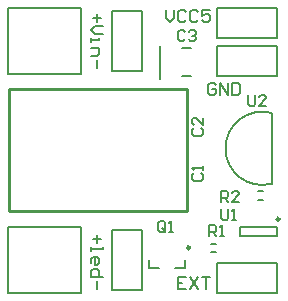
<source format=gto>
%FSLAX24Y24*%
%MOIN*%
G70*
G01*
G75*
G04 Layer_Color=65535*
%ADD10R,0.0236X0.0512*%
%ADD11R,0.0276X0.0354*%
%ADD12R,0.0217X0.0512*%
%ADD13R,0.0354X0.0315*%
%ADD14R,0.0433X0.1024*%
%ADD15C,0.0300*%
%ADD16C,0.0200*%
%ADD17R,0.0866X0.0866*%
%ADD18C,0.0630*%
%ADD19C,0.0709*%
%ADD20C,0.0492*%
%ADD21C,0.0098*%
%ADD22C,0.0050*%
%ADD23C,0.0100*%
%ADD24C,0.0079*%
%ADD25C,0.0080*%
%ADD26C,0.0060*%
D21*
X16608Y11763D02*
G03*
X16608Y11763I-49J0D01*
G01*
X19599Y12713D02*
G03*
X19599Y12713I-49J0D01*
G01*
D22*
X19329Y16256D02*
G03*
X19330Y13893I-314J-1181D01*
G01*
X15600Y17400D02*
Y18500D01*
X14000Y19650D02*
X15000D01*
X14000Y17650D02*
X15000D01*
Y19650D01*
X14000Y17650D02*
Y19650D01*
X19500Y18750D02*
Y19750D01*
X17500Y18750D02*
Y19750D01*
Y18750D02*
X19500D01*
X17500Y19750D02*
X19500D01*
X14000Y10350D02*
X15000D01*
X14000Y12350D02*
X15000D01*
X14000Y10350D02*
Y12350D01*
X15000Y10350D02*
Y12350D01*
X19500Y10250D02*
Y11250D01*
X17500Y10250D02*
Y11250D01*
Y10250D02*
X19500D01*
X17500Y11250D02*
X19500D01*
X10530Y10259D02*
Y12441D01*
X12970Y10259D02*
Y12441D01*
X10530Y10259D02*
X12970D01*
X10530Y12441D02*
X12970D01*
X10530Y17559D02*
Y19741D01*
X12970Y17559D02*
Y19741D01*
X10530Y17559D02*
X12970D01*
X10530Y19741D02*
X12970D01*
X19500Y17500D02*
Y18500D01*
X17500Y17500D02*
Y18500D01*
Y17500D02*
X19500D01*
X17500Y18500D02*
X19500D01*
X19330Y13893D02*
Y16256D01*
D23*
X14800Y12988D02*
X16493D01*
Y17043D01*
X10587D02*
X16493D01*
X10587Y12988D02*
Y17043D01*
Y12988D02*
X14800D01*
D24*
X16441Y11074D02*
Y11350D01*
X16126Y11074D02*
X16441D01*
X15259D02*
Y11350D01*
Y11074D02*
X15574D01*
X17321Y11888D02*
X17479D01*
X17321Y11612D02*
X17479D01*
X19510Y12162D02*
Y12438D01*
X18290Y12162D02*
Y12438D01*
X19510D01*
X18290Y12162D02*
X19510D01*
X18871Y13638D02*
X19029D01*
X18871Y13362D02*
X19029D01*
X16343Y18422D02*
X16657D01*
X16343Y17478D02*
X16657D01*
D25*
X17467Y17183D02*
X17400Y17250D01*
X17267D01*
X17200Y17183D01*
Y16917D01*
X17267Y16850D01*
X17400D01*
X17467Y16917D01*
Y17050D01*
X17333D01*
X17600Y16850D02*
Y17250D01*
X17866Y16850D01*
Y17250D01*
X18000D02*
Y16850D01*
X18200D01*
X18266Y16917D01*
Y17183D01*
X18200Y17250D01*
X18000D01*
X15800Y19700D02*
Y19433D01*
X15933Y19300D01*
X16067Y19433D01*
Y19700D01*
X16466Y19633D02*
X16400Y19700D01*
X16267D01*
X16200Y19633D01*
Y19367D01*
X16267Y19300D01*
X16400D01*
X16466Y19367D01*
X16866Y19633D02*
X16800Y19700D01*
X16666D01*
X16600Y19633D01*
Y19367D01*
X16666Y19300D01*
X16800D01*
X16866Y19367D01*
X17266Y19700D02*
X17000D01*
Y19500D01*
X17133Y19567D01*
X17200D01*
X17266Y19500D01*
Y19367D01*
X17200Y19300D01*
X17066D01*
X17000Y19367D01*
X16467Y10800D02*
X16200D01*
Y10400D01*
X16467D01*
X16200Y10600D02*
X16333D01*
X16600Y10800D02*
X16866Y10400D01*
Y10800D02*
X16600Y10400D01*
X17000Y10800D02*
X17266D01*
X17133D01*
Y10400D01*
X13500Y12200D02*
Y11933D01*
X13633Y12067D02*
X13367D01*
X13300Y11800D02*
Y11667D01*
Y11733D01*
X13700D01*
Y11800D01*
X13300Y11267D02*
Y11400D01*
X13367Y11467D01*
X13500D01*
X13567Y11400D01*
Y11267D01*
X13500Y11200D01*
X13433D01*
Y11467D01*
X13700Y10800D02*
X13300D01*
Y11000D01*
X13367Y11067D01*
X13500D01*
X13567Y11000D01*
Y10800D01*
X13500Y10667D02*
Y10401D01*
Y19550D02*
Y19283D01*
X13633Y19417D02*
X13367D01*
X13700Y19150D02*
X13433D01*
X13300Y19017D01*
X13433Y18884D01*
X13700D01*
X13300Y18750D02*
Y18617D01*
Y18684D01*
X13567D01*
Y18750D01*
X13300Y18417D02*
X13567D01*
Y18217D01*
X13500Y18150D01*
X13300D01*
X13500Y18017D02*
Y17751D01*
D26*
X15790Y12360D02*
Y12600D01*
X15730Y12660D01*
X15610D01*
X15550Y12600D01*
Y12360D01*
X15610Y12300D01*
X15730D01*
X15670Y12420D02*
X15790Y12300D01*
X15730D02*
X15790Y12360D01*
X15910Y12300D02*
X16030D01*
X15970D01*
Y12660D01*
X15910Y12600D01*
X17250Y12150D02*
Y12510D01*
X17430D01*
X17490Y12450D01*
Y12330D01*
X17430Y12270D01*
X17250D01*
X17370D02*
X17490Y12150D01*
X17610D02*
X17730D01*
X17670D01*
Y12510D01*
X17610Y12450D01*
X17650Y13060D02*
Y12760D01*
X17710Y12700D01*
X17830D01*
X17890Y12760D01*
Y13060D01*
X18010Y12700D02*
X18130D01*
X18070D01*
Y13060D01*
X18010Y13000D01*
X16750Y14240D02*
X16690Y14180D01*
Y14060D01*
X16750Y14000D01*
X16990D01*
X17050Y14060D01*
Y14180D01*
X16990Y14240D01*
X17050Y14360D02*
Y14480D01*
Y14420D01*
X16690D01*
X16750Y14360D01*
X17650Y13300D02*
Y13660D01*
X17830D01*
X17890Y13600D01*
Y13480D01*
X17830Y13420D01*
X17650D01*
X17770D02*
X17890Y13300D01*
X18250D02*
X18010D01*
X18250Y13540D01*
Y13600D01*
X18190Y13660D01*
X18070D01*
X18010Y13600D01*
X16750Y15740D02*
X16690Y15680D01*
Y15560D01*
X16750Y15500D01*
X16990D01*
X17050Y15560D01*
Y15680D01*
X16990Y15740D01*
X17050Y16100D02*
Y15860D01*
X16810Y16100D01*
X16750D01*
X16690Y16040D01*
Y15920D01*
X16750Y15860D01*
X18550Y16860D02*
Y16560D01*
X18610Y16500D01*
X18730D01*
X18790Y16560D01*
Y16860D01*
X19150Y16500D02*
X18910D01*
X19150Y16740D01*
Y16800D01*
X19090Y16860D01*
X18970D01*
X18910Y16800D01*
X16440Y18950D02*
X16380Y19010D01*
X16260D01*
X16200Y18950D01*
Y18710D01*
X16260Y18650D01*
X16380D01*
X16440Y18710D01*
X16560Y18950D02*
X16620Y19010D01*
X16740D01*
X16800Y18950D01*
Y18890D01*
X16740Y18830D01*
X16680D01*
X16740D01*
X16800Y18770D01*
Y18710D01*
X16740Y18650D01*
X16620D01*
X16560Y18710D01*
M02*

</source>
